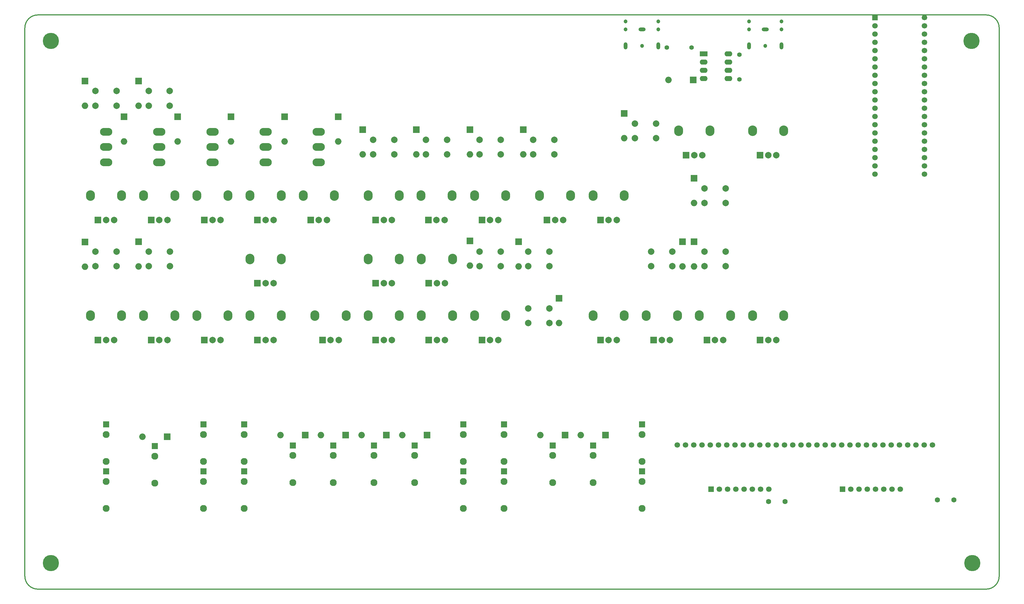
<source format=gbr>
%TF.GenerationSoftware,KiCad,Pcbnew,9.0.1*%
%TF.CreationDate,2025-10-27T16:29:33+00:00*%
%TF.ProjectId,WEASEL_KiCad,57454153-454c-45f4-9b69-4361642e6b69,rev?*%
%TF.SameCoordinates,Original*%
%TF.FileFunction,Soldermask,Bot*%
%TF.FilePolarity,Negative*%
%FSLAX46Y46*%
G04 Gerber Fmt 4.6, Leading zero omitted, Abs format (unit mm)*
G04 Created by KiCad (PCBNEW 9.0.1) date 2025-10-27 16:29:33*
%MOMM*%
%LPD*%
G01*
G04 APERTURE LIST*
%ADD10C,0.300000*%
%ADD11O,2.780000X3.240000*%
%ADD12R,2.000000X2.000000*%
%ADD13C,2.000000*%
%ADD14R,1.930000X1.830000*%
%ADD15C,2.130000*%
%ADD16R,2.400000X1.600000*%
%ADD17O,2.400000X1.600000*%
%ADD18O,2.000000X2.000000*%
%ADD19C,5.000000*%
%ADD20C,1.397000*%
%ADD21C,1.700000*%
%ADD22R,1.700000X1.700000*%
%ADD23C,1.200000*%
%ADD24O,1.200000X2.200000*%
%ADD25O,2.200000X1.200000*%
%ADD26O,3.800000X2.400000*%
%ADD27C,1.600000*%
G04 APERTURE END LIST*
D10*
X21000000Y-28000000D02*
G75*
G02*
X25000000Y-24000000I4000000J0D01*
G01*
X21000000Y-197000000D02*
X21000000Y-28000000D01*
X321000000Y-28000000D02*
X321000000Y-197000000D01*
X25000000Y-201000000D02*
G75*
G02*
X21000000Y-197000000I0J4000000D01*
G01*
X317000000Y-24000000D02*
G75*
G02*
X321000000Y-28000000I0J-4000000D01*
G01*
X321000000Y-197000000D02*
G75*
G02*
X317000000Y-201000000I-4000000J0D01*
G01*
X25000000Y-24000000D02*
X317000000Y-24000000D01*
X317000000Y-201000000D02*
X25000000Y-201000000D01*
D11*
%TO.C,RV23*%
X212323500Y-116715800D03*
X221923500Y-116715800D03*
D12*
X214623500Y-124215800D03*
D13*
X217123500Y-124215800D03*
X219623500Y-124215800D03*
%TD*%
D14*
%TO.C,J16*%
X45997300Y-164720000D03*
D15*
X45997300Y-176120000D03*
X45997300Y-167820000D03*
%TD*%
D14*
%TO.C,J21*%
X210997300Y-150220000D03*
D15*
X210997300Y-161620000D03*
X210997300Y-153320000D03*
%TD*%
D11*
%TO.C,RV1*%
X41197300Y-79715800D03*
X50797300Y-79715800D03*
D12*
X43497300Y-87215800D03*
D13*
X45997300Y-87215800D03*
X48497300Y-87215800D03*
%TD*%
D16*
%TO.C,U3*%
X230000000Y-35960000D03*
D17*
X230000000Y-38500000D03*
X230000000Y-41040000D03*
X230000000Y-43580000D03*
X237620000Y-43580000D03*
X237620000Y-41040000D03*
X237620000Y-38500000D03*
X237620000Y-35960000D03*
%TD*%
D11*
%TO.C,RV13*%
X73948100Y-116715800D03*
X83548100Y-116715800D03*
D12*
X76248100Y-124215800D03*
D13*
X78748100Y-124215800D03*
X81248100Y-124215800D03*
%TD*%
D14*
%TO.C,J22*%
X75997300Y-164720000D03*
D15*
X75997300Y-176120000D03*
X75997300Y-167820000D03*
%TD*%
D14*
%TO.C,J7*%
X128497300Y-156720000D03*
D15*
X128497300Y-168120000D03*
X128497300Y-159820000D03*
%TD*%
D12*
%TO.C,D39*%
X173000000Y-93880000D03*
D18*
X173000000Y-101500000D03*
%TD*%
D11*
%TO.C,RV19*%
X143065700Y-116715800D03*
X152665700Y-116715800D03*
D12*
X145365700Y-124215800D03*
D13*
X147865700Y-124215800D03*
X150365700Y-124215800D03*
%TD*%
D11*
%TO.C,RV9*%
X179448100Y-79715800D03*
X189048100Y-79715800D03*
D12*
X181748100Y-87215800D03*
D13*
X184248100Y-87215800D03*
X186748100Y-87215800D03*
%TD*%
D14*
%TO.C,J18*%
X168497300Y-164720000D03*
D15*
X168497300Y-176120000D03*
X168497300Y-167820000D03*
%TD*%
D19*
%TO.C,REF\u002A\u002A*%
X312500000Y-32000000D03*
%TD*%
D13*
%TO.C,SW34*%
X177498100Y-62465800D03*
X183998100Y-62465800D03*
X177498100Y-66965800D03*
X183998100Y-66965800D03*
%TD*%
D12*
%TO.C,D43*%
X205500000Y-54380000D03*
D18*
X205500000Y-62000000D03*
%TD*%
D19*
%TO.C,*%
X29000000Y-32000000D03*
%TD*%
D12*
%TO.C,D34*%
X174500000Y-59380000D03*
D18*
X174500000Y-67000000D03*
%TD*%
D11*
%TO.C,RV4*%
X90323500Y-79715800D03*
X99923500Y-79715800D03*
D12*
X92623500Y-87215800D03*
D13*
X95123500Y-87215800D03*
X97623500Y-87215800D03*
%TD*%
D11*
%TO.C,RV25*%
X245071600Y-116715800D03*
X254671600Y-116715800D03*
D12*
X247371600Y-124215800D03*
D13*
X249871600Y-124215800D03*
X252371600Y-124215800D03*
%TD*%
D14*
%TO.C,J8*%
X140997300Y-156720000D03*
D15*
X140997300Y-168120000D03*
X140997300Y-159820000D03*
%TD*%
D12*
%TO.C,D4*%
X132307300Y-153500000D03*
D18*
X124687300Y-153500000D03*
%TD*%
D11*
%TO.C,RV21*%
X143072700Y-99215800D03*
X152672700Y-99215800D03*
D12*
X145372700Y-106715800D03*
D13*
X147872700Y-106715800D03*
X150372700Y-106715800D03*
%TD*%
%TO.C,SW2*%
X42747300Y-47465800D03*
X49247300Y-47465800D03*
X42747300Y-51965800D03*
X49247300Y-51965800D03*
%TD*%
D19*
%TO.C,*%
X312750000Y-193000000D03*
%TD*%
D13*
%TO.C,SW35*%
X42747300Y-96965800D03*
X49247300Y-96965800D03*
X42747300Y-101465800D03*
X49247300Y-101465800D03*
%TD*%
D14*
%TO.C,J17*%
X88497300Y-164720000D03*
D15*
X88497300Y-176120000D03*
X88497300Y-167820000D03*
%TD*%
D11*
%TO.C,RV24*%
X228686500Y-116715800D03*
X238286500Y-116715800D03*
D12*
X230986500Y-124215800D03*
D13*
X233486500Y-124215800D03*
X235986500Y-124215800D03*
%TD*%
D20*
%TO.C,R10*%
X218690000Y-34080000D03*
X226310000Y-34080000D03*
%TD*%
D12*
%TO.C,D1*%
X64807300Y-154000000D03*
D18*
X57187300Y-154000000D03*
%TD*%
D21*
%TO.C,U2*%
X262380000Y-156600000D03*
X264920000Y-156600000D03*
X267460000Y-156600000D03*
X270000000Y-156600000D03*
X272540000Y-156600000D03*
X275080000Y-156600000D03*
X277620000Y-156600000D03*
X280160000Y-156600000D03*
X282700000Y-156600000D03*
X285240000Y-156600000D03*
X287780000Y-156600000D03*
X290320000Y-156600000D03*
X292860000Y-156600000D03*
X295400000Y-156600000D03*
X297940000Y-156600000D03*
X300480000Y-156600000D03*
X277860000Y-170200000D03*
D22*
X272780000Y-170200000D03*
D21*
X280400000Y-170200000D03*
X282940000Y-170200000D03*
X285480000Y-170200000D03*
X288020000Y-170200000D03*
X290560000Y-170200000D03*
X275320000Y-170200000D03*
%TD*%
D11*
%TO.C,RV27*%
X245067300Y-59715800D03*
X254667300Y-59715800D03*
D12*
X247367300Y-67215800D03*
D13*
X249867300Y-67215800D03*
X252367300Y-67215800D03*
%TD*%
D12*
%TO.C,D37*%
X158000000Y-93690000D03*
D18*
X158000000Y-101310000D03*
%TD*%
D13*
%TO.C,SW43*%
X208868100Y-57465800D03*
X215368100Y-57465800D03*
X208868100Y-61965800D03*
X215368100Y-61965800D03*
%TD*%
%TO.C,SW6*%
X59122700Y-47465800D03*
X65622700Y-47465800D03*
X59122700Y-51965800D03*
X65622700Y-51965800D03*
%TD*%
D12*
%TO.C,D38*%
X185500000Y-111380000D03*
D18*
X185500000Y-119000000D03*
%TD*%
D11*
%TO.C,RV5*%
X106698900Y-79715800D03*
X116298900Y-79715800D03*
D12*
X108998900Y-87215800D03*
D13*
X111498900Y-87215800D03*
X113998900Y-87215800D03*
%TD*%
D11*
%TO.C,RV11*%
X41197300Y-116715800D03*
X50797300Y-116715800D03*
D12*
X43497300Y-124215800D03*
D13*
X45997300Y-124215800D03*
X48497300Y-124215800D03*
%TD*%
D11*
%TO.C,RV18*%
X126697300Y-99215800D03*
X136297300Y-99215800D03*
D12*
X128997300Y-106715800D03*
D13*
X131497300Y-106715800D03*
X133997300Y-106715800D03*
%TD*%
D12*
%TO.C,D40*%
X223500000Y-93880000D03*
D18*
X223500000Y-101500000D03*
%TD*%
D12*
%TO.C,D36*%
X56000000Y-93880000D03*
D18*
X56000000Y-101500000D03*
%TD*%
D13*
%TO.C,SW42*%
X230250000Y-77465800D03*
X236750000Y-77465800D03*
X230250000Y-81965800D03*
X236750000Y-81965800D03*
%TD*%
D20*
%TO.C,R9*%
X241000000Y-36270000D03*
X241000000Y-43890000D03*
%TD*%
D12*
%TO.C,D8*%
X199807300Y-153500000D03*
D18*
X192187300Y-153500000D03*
%TD*%
D11*
%TO.C,RV6*%
X126698900Y-79715800D03*
X136298900Y-79715800D03*
D12*
X128998900Y-87215800D03*
D13*
X131498900Y-87215800D03*
X133998900Y-87215800D03*
%TD*%
D12*
%TO.C,D48*%
X101000000Y-55380000D03*
D18*
X101000000Y-63000000D03*
%TD*%
D14*
%TO.C,J10*%
X195997300Y-156720000D03*
D15*
X195997300Y-168120000D03*
X195997300Y-159820000D03*
%TD*%
D14*
%TO.C,J6*%
X115997300Y-156720000D03*
D15*
X115997300Y-168120000D03*
X115997300Y-159820000D03*
%TD*%
D14*
%TO.C,J19*%
X75997300Y-150220000D03*
D15*
X75997300Y-161620000D03*
X75997300Y-153320000D03*
%TD*%
D14*
%TO.C,J5*%
X103497300Y-156720000D03*
D15*
X103497300Y-168120000D03*
X103497300Y-159820000D03*
%TD*%
D14*
%TO.C,J23*%
X155997300Y-164720000D03*
D15*
X155997300Y-176120000D03*
X155997300Y-167820000D03*
%TD*%
D11*
%TO.C,RV7*%
X142948100Y-79715800D03*
X152548100Y-79715800D03*
D12*
X145248100Y-87215800D03*
D13*
X147748100Y-87215800D03*
X150248100Y-87215800D03*
%TD*%
D11*
%TO.C,RV26*%
X222318100Y-59715800D03*
X231918100Y-59715800D03*
D12*
X224618100Y-67215800D03*
D13*
X227118100Y-67215800D03*
X229618100Y-67215800D03*
%TD*%
D14*
%TO.C,J9*%
X183497300Y-156720000D03*
D15*
X183497300Y-168120000D03*
X183497300Y-159820000D03*
%TD*%
D23*
%TO.C,J1*%
X216000000Y-28500000D03*
X216000000Y-26000000D03*
X211000000Y-33500000D03*
X206000000Y-28500000D03*
X206000000Y-26000000D03*
D24*
X216000000Y-33500000D03*
D25*
X211000000Y-28500000D03*
D24*
X206000000Y-33500000D03*
%TD*%
D11*
%TO.C,RV3*%
X73948100Y-79715800D03*
X83548100Y-79715800D03*
D12*
X76248100Y-87215800D03*
D13*
X78748100Y-87215800D03*
X81248100Y-87215800D03*
%TD*%
D12*
%TO.C,D30*%
X56000000Y-44380000D03*
D18*
X56000000Y-52000000D03*
%TD*%
D11*
%TO.C,RV14*%
X90323500Y-116715800D03*
X99923500Y-116715800D03*
D12*
X92623500Y-124215800D03*
D13*
X95123500Y-124215800D03*
X97623500Y-124215800D03*
%TD*%
D14*
%TO.C,J3*%
X45997300Y-150220000D03*
D15*
X45997300Y-161620000D03*
X45997300Y-153320000D03*
%TD*%
D11*
%TO.C,RV17*%
X126697300Y-116715800D03*
X136297300Y-116715800D03*
D12*
X128997300Y-124215800D03*
D13*
X131497300Y-124215800D03*
X133997300Y-124215800D03*
%TD*%
%TO.C,SW40*%
X213873500Y-96965800D03*
X220373500Y-96965800D03*
X213873500Y-101465800D03*
X220373500Y-101465800D03*
%TD*%
D14*
%TO.C,J20*%
X155997300Y-150220000D03*
D15*
X155997300Y-161620000D03*
X155997300Y-153320000D03*
%TD*%
D13*
%TO.C,SW31*%
X128248900Y-62465800D03*
X134748900Y-62465800D03*
X128248900Y-66965800D03*
X134748900Y-66965800D03*
%TD*%
D12*
%TO.C,D42*%
X227000000Y-74380000D03*
D18*
X227000000Y-82000000D03*
%TD*%
D11*
%TO.C,RV8*%
X159448100Y-79715800D03*
X169048100Y-79715800D03*
D12*
X161748100Y-87215800D03*
D13*
X164248100Y-87215800D03*
X166748100Y-87215800D03*
%TD*%
D12*
%TO.C,D5*%
X39500000Y-44380000D03*
D18*
X39500000Y-52000000D03*
%TD*%
D12*
%TO.C,D2*%
X107307300Y-153500000D03*
D18*
X99687300Y-153500000D03*
%TD*%
D12*
%TO.C,D46*%
X68000000Y-55380000D03*
D18*
X68000000Y-63000000D03*
%TD*%
D26*
%TO.C,SW7*%
X111498900Y-60015800D03*
X111498900Y-64715800D03*
X111498900Y-69415800D03*
%TD*%
D11*
%TO.C,RV22*%
X195948100Y-116715800D03*
X205548100Y-116715800D03*
D12*
X198248100Y-124215800D03*
D13*
X200748100Y-124215800D03*
X203248100Y-124215800D03*
%TD*%
D12*
%TO.C,D32*%
X141500000Y-59380000D03*
D18*
X141500000Y-67000000D03*
%TD*%
D14*
%TO.C,J24*%
X210997300Y-164720000D03*
D15*
X210997300Y-176120000D03*
X210997300Y-167820000D03*
%TD*%
D13*
%TO.C,SW36*%
X59125400Y-96965800D03*
X65625400Y-96965800D03*
X59125400Y-101465800D03*
X65625400Y-101465800D03*
%TD*%
D14*
%TO.C,J4*%
X60997300Y-156920000D03*
D15*
X60997300Y-168320000D03*
X60997300Y-160020000D03*
%TD*%
D26*
%TO.C,SW4*%
X78748100Y-60015800D03*
X78748100Y-64715800D03*
X78748100Y-69415800D03*
%TD*%
D12*
%TO.C,D31*%
X125000000Y-59380000D03*
D18*
X125000000Y-67000000D03*
%TD*%
D13*
%TO.C,SW41*%
X230236500Y-96965800D03*
X236736500Y-96965800D03*
X230236500Y-101465800D03*
X236736500Y-101465800D03*
%TD*%
%TO.C,SW32*%
X144498100Y-62465800D03*
X150998100Y-62465800D03*
X144498100Y-66965800D03*
X150998100Y-66965800D03*
%TD*%
D12*
%TO.C,D3*%
X119807300Y-153500000D03*
D18*
X112187300Y-153500000D03*
%TD*%
D14*
%TO.C,J15*%
X88497300Y-150220000D03*
D15*
X88497300Y-161620000D03*
X88497300Y-153320000D03*
%TD*%
D27*
%TO.C,C1*%
X302000000Y-173500000D03*
X307080000Y-173500000D03*
%TD*%
D11*
%TO.C,RV12*%
X57575400Y-116715800D03*
X67175400Y-116715800D03*
D12*
X59875400Y-124215800D03*
D13*
X62375400Y-124215800D03*
X64875400Y-124215800D03*
%TD*%
%TO.C,SW39*%
X175998100Y-96965800D03*
X182498100Y-96965800D03*
X175998100Y-101465800D03*
X182498100Y-101465800D03*
%TD*%
D11*
%TO.C,RV20*%
X159448100Y-116715800D03*
X169048100Y-116715800D03*
D12*
X161748100Y-124215800D03*
D13*
X164248100Y-124215800D03*
X166748100Y-124215800D03*
%TD*%
D11*
%TO.C,RV16*%
X110321900Y-116715800D03*
X119921900Y-116715800D03*
D12*
X112621900Y-124215800D03*
D13*
X115121900Y-124215800D03*
X117621900Y-124215800D03*
%TD*%
D23*
%TO.C,J2*%
X254000000Y-28500000D03*
X254000000Y-26000000D03*
X249000000Y-33500000D03*
X244000000Y-28500000D03*
X244000000Y-26000000D03*
D24*
X254000000Y-33500000D03*
D25*
X249000000Y-28500000D03*
D24*
X244000000Y-33500000D03*
%TD*%
D12*
%TO.C,D33*%
X158000000Y-59380000D03*
D18*
X158000000Y-67000000D03*
%TD*%
D13*
%TO.C,SW37*%
X160993800Y-96965800D03*
X167493800Y-96965800D03*
X160993800Y-101465800D03*
X167493800Y-101465800D03*
%TD*%
%TO.C,SW38*%
X175998100Y-114465800D03*
X182498100Y-114465800D03*
X175998100Y-118965800D03*
X182498100Y-118965800D03*
%TD*%
D12*
%TO.C,D44*%
X226810000Y-44080000D03*
D18*
X219190000Y-44080000D03*
%TD*%
D14*
%TO.C,J14*%
X168497300Y-150220000D03*
D15*
X168497300Y-161620000D03*
X168497300Y-153320000D03*
%TD*%
D12*
%TO.C,D6*%
X144807300Y-153500000D03*
D18*
X137187300Y-153500000D03*
%TD*%
D26*
%TO.C,SW3*%
X62372700Y-60015800D03*
X62372700Y-64715800D03*
X62372700Y-69415800D03*
%TD*%
D12*
%TO.C,D35*%
X39500000Y-94000000D03*
D18*
X39500000Y-101620000D03*
%TD*%
D12*
%TO.C,D49*%
X117500000Y-55380000D03*
D18*
X117500000Y-63000000D03*
%TD*%
D12*
%TO.C,D47*%
X84500000Y-55380000D03*
D18*
X84500000Y-63000000D03*
%TD*%
D19*
%TO.C,*%
X29000000Y-193000000D03*
%TD*%
D26*
%TO.C,SW1*%
X45997300Y-60015800D03*
X45997300Y-64715800D03*
X45997300Y-69415800D03*
%TD*%
D22*
%TO.C,A1*%
X282760000Y-24800000D03*
D21*
X282760000Y-27340000D03*
X282760000Y-29880000D03*
X282760000Y-32420000D03*
X282760000Y-34960000D03*
X282760000Y-37500000D03*
X282760000Y-40040000D03*
X282760000Y-42580000D03*
X282760000Y-45120000D03*
X282760000Y-47660000D03*
X282760000Y-50200000D03*
X282760000Y-52740000D03*
X282760000Y-55280000D03*
X282760000Y-57820000D03*
X282760000Y-60360000D03*
X282760000Y-62900000D03*
X282760000Y-65440000D03*
X282760000Y-67980000D03*
X282760000Y-70520000D03*
X282760000Y-73060000D03*
X298000000Y-73060000D03*
X298000000Y-70520000D03*
X298000000Y-67980000D03*
X298000000Y-65440000D03*
X298000000Y-62900000D03*
X298000000Y-60360000D03*
X298000000Y-57820000D03*
X298000000Y-55280000D03*
X298000000Y-52740000D03*
X298000000Y-50200000D03*
X298000000Y-47660000D03*
X298000000Y-45120000D03*
X298000000Y-42580000D03*
X298000000Y-40040000D03*
X298000000Y-37500000D03*
X298000000Y-34960000D03*
X298000000Y-32420000D03*
X298000000Y-29880000D03*
X298000000Y-27340000D03*
X298000000Y-24800000D03*
%TD*%
D12*
%TO.C,D41*%
X227000000Y-93880000D03*
D18*
X227000000Y-101500000D03*
%TD*%
D27*
%TO.C,C2*%
X250000000Y-174000000D03*
X255080000Y-174000000D03*
%TD*%
D21*
%TO.C,U1*%
X221877300Y-156600000D03*
X224417300Y-156600000D03*
X226957300Y-156600000D03*
X229497300Y-156600000D03*
X232037300Y-156600000D03*
X234577300Y-156600000D03*
X237117300Y-156600000D03*
X239657300Y-156600000D03*
X242197300Y-156600000D03*
X244737300Y-156600000D03*
X247277300Y-156600000D03*
X249817300Y-156600000D03*
X252357300Y-156600000D03*
X254897300Y-156600000D03*
X257437300Y-156600000D03*
X259977300Y-156600000D03*
X237357300Y-170200000D03*
D22*
X232277300Y-170200000D03*
D21*
X239897300Y-170200000D03*
X242437300Y-170200000D03*
X244977300Y-170200000D03*
X247517300Y-170200000D03*
X250057300Y-170200000D03*
X234817300Y-170200000D03*
%TD*%
D12*
%TO.C,D45*%
X51500000Y-55380000D03*
D18*
X51500000Y-63000000D03*
%TD*%
D11*
%TO.C,RV2*%
X57572700Y-79715800D03*
X67172700Y-79715800D03*
D12*
X59872700Y-87215800D03*
D13*
X62372700Y-87215800D03*
X64872700Y-87215800D03*
%TD*%
D12*
%TO.C,D7*%
X187307300Y-153500000D03*
D18*
X179687300Y-153500000D03*
%TD*%
D11*
%TO.C,RV10*%
X195948100Y-79715800D03*
X205548100Y-79715800D03*
D12*
X198248100Y-87215800D03*
D13*
X200748100Y-87215800D03*
X203248100Y-87215800D03*
%TD*%
D11*
%TO.C,RV15*%
X90323500Y-99215800D03*
X99923500Y-99215800D03*
D12*
X92623500Y-106715800D03*
D13*
X95123500Y-106715800D03*
X97623500Y-106715800D03*
%TD*%
D26*
%TO.C,SW5*%
X95123500Y-60015800D03*
X95123500Y-64715800D03*
X95123500Y-69415800D03*
%TD*%
D13*
%TO.C,SW33*%
X160998100Y-62465800D03*
X167498100Y-62465800D03*
X160998100Y-66965800D03*
X167498100Y-66965800D03*
%TD*%
M02*

</source>
